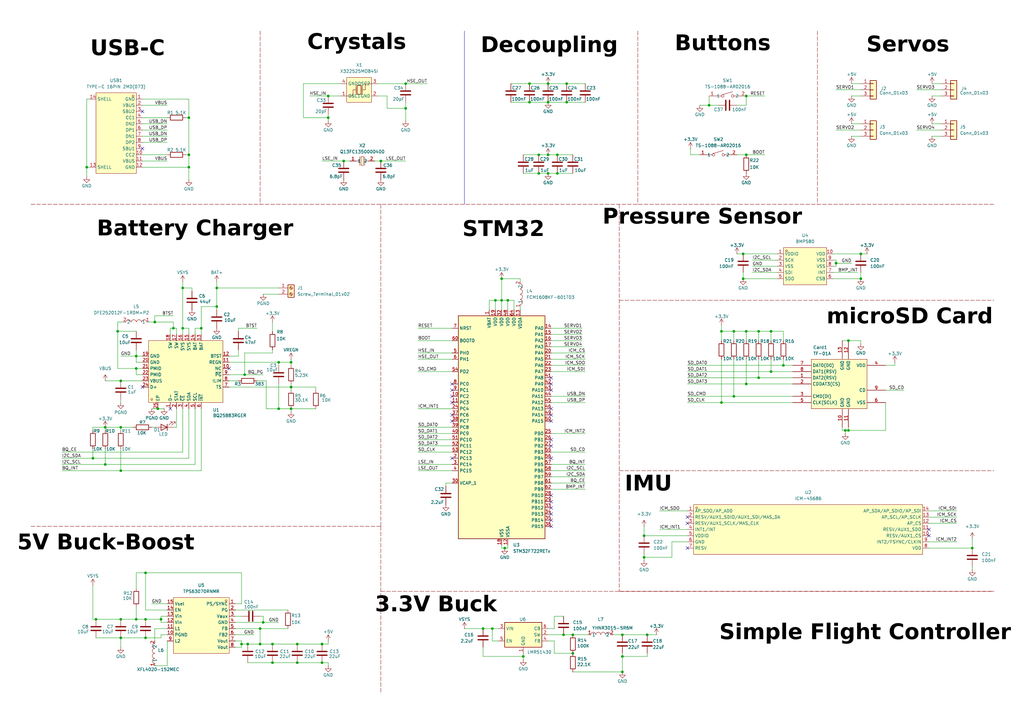
<source format=kicad_sch>
(kicad_sch (version 20250114) (generator "eeschema") (generator_version "9.0")
  (paper "A3")
  (text "Simple Flight Controller" (at 354.838 261.366 0) (effects (font (size 6.35 6.35))))
  (text "Pressure Sensor\n" (at 288.036 90.932 0) (effects (font (size 6.35 6.35))))
  (text "Decoupling" (at 225.298 20.574 0) (effects (font (size 6.35 6.35))))
  (text "3.3V Buck" (at 178.816 249.936 0) (effects (font (size 6.35 6.35))))
  (text "Buttons" (at 296.418 19.812 0) (effects (font (size 6.35 6.35))))
  (text "IMU" (at 265.938 200.406 0) (effects (font (size 6.35 6.35))))
  (text "USB-C" (at 52.324 21.844 0) (effects (font (size 6.35 6.35))))
  (text "Servos\n" (at 372.364 20.32 0) (effects (font (size 6.35 6.35))))
  (text "Battery Charger\n" (at 80.01 95.758 0) (effects (font (size 6.35 6.35))))
  (text "STM32\n" (at 206.502 96.012 0) (effects (font (size 6.35 6.35))))
  (text "Crystals" (at 146.304 19.304 0) (effects (font (size 6.35 6.35))))
  (text "microSD Card" (at 373.126 131.826 0) (effects (font (size 6.35 6.35))))
  (text "5V Buck-Boost" (at 43.434 224.536 0) (effects (font (size 6.35 6.35))))
  (junction (at 205.74 123.19))
  (junction (at 66.04 254))
  (junction (at 290.83 43.18))
  (junction (at 304.8 104.14))
  (junction (at 156.21 66.04))
  (junction (at 166.37 34.29))
  (junction (at 234.95 267.97))
  (junction (at 49.53 254))
  (junction (at 295.91 165.1))
  (junction (at 77.47 63.5))
  (junction (at 311.15 154.94))
  (junction (at 306.07 157.48))
  (junction (at 74.93 134.62))
  (junction (at 100.33 153.67))
  (junction (at 43.18 190.5))
  (junction (at 166.37 44.45))
  (junction (at 38.1 187.96))
  (junction (at 398.78 224.79))
  (junction (at 232.41 34.29))
  (junction (at 205.74 114.3))
  (junction (at 39.37 254))
  (junction (at 49.53 156.21))
  (junction (at 59.69 234.95))
  (junction (at 63.5 132.08))
  (junction (at 306.07 135.89))
  (junction (at 140.97 66.04))
  (junction (at 201.93 257.81))
  (junction (at 88.9 125.73))
  (junction (at 228.6 71.12))
  (junction (at 220.98 71.12))
  (junction (at 217.17 34.29))
  (junction (at 231.14 260.35))
  (junction (at 346.71 176.53))
  (junction (at 35.56 68.58))
  (junction (at 111.76 271.78))
  (junction (at 77.47 68.58))
  (junction (at 106.68 264.16))
  (junction (at 59.69 261.62))
  (junction (at 64.77 167.64))
  (junction (at 99.06 264.16))
  (junction (at 132.08 264.16))
  (junction (at 82.55 134.62))
  (junction (at 59.69 254))
  (junction (at 88.9 118.11))
  (junction (at 224.79 63.5))
  (junction (at 300.99 135.89))
  (junction (at 214.63 269.24))
  (junction (at 134.62 48.26))
  (junction (at 321.31 149.86))
  (junction (at 264.16 219.71))
  (junction (at 347.98 139.7))
  (junction (at 119.38 167.64))
  (junction (at 134.62 39.37))
  (junction (at 224.79 34.29))
  (junction (at 300.99 162.56))
  (junction (at 48.26 135.89))
  (junction (at 114.3 148.59))
  (junction (at 43.18 175.26))
  (junction (at 228.6 63.5))
  (junction (at 255.27 269.24))
  (junction (at 311.15 135.89))
  (junction (at 306.07 39.37))
  (junction (at 347.98 176.53))
  (junction (at 119.38 158.75))
  (junction (at 255.27 275.59))
  (junction (at 55.88 146.05))
  (junction (at 74.93 118.11))
  (junction (at 106.68 257.81))
  (junction (at 77.47 48.26))
  (junction (at 71.12 134.62))
  (junction (at 55.88 254))
  (junction (at 306.07 63.5))
  (junction (at 121.92 264.16))
  (junction (at 304.8 114.3))
  (junction (at 203.2 123.19))
  (junction (at 101.6 264.16))
  (junction (at 107.95 255.27))
  (junction (at 353.06 114.3))
  (junction (at 316.23 135.89))
  (junction (at 224.79 41.91))
  (junction (at 208.28 123.19))
  (junction (at 49.53 175.26))
  (junction (at 265.43 260.35))
  (junction (at 316.23 152.4))
  (junction (at 255.27 260.35))
  (junction (at 232.41 41.91))
  (junction (at 49.53 261.62))
  (junction (at 114.3 167.64))
  (junction (at 132.08 271.78))
  (junction (at 111.76 264.16))
  (junction (at 55.88 151.13))
  (junction (at 234.95 260.35))
  (junction (at 342.9 107.95))
  (junction (at 207.01 224.79))
  (junction (at 217.17 41.91))
  (junction (at 264.16 228.6))
  (junction (at 121.92 271.78))
  (junction (at 224.79 71.12))
  (junction (at 353.06 104.14))
  (junction (at 49.53 193.04))
  (junction (at 119.38 148.59))
  (junction (at 220.98 63.5))
  (junction (at 198.12 257.81))
  (junction (at 295.91 135.89))
  (no_connect (at 226.06 182.88))
  (no_connect (at 58.42 158.75))
  (no_connect (at 185.42 172.72))
  (no_connect (at 185.42 160.02))
  (no_connect (at 226.06 215.9))
  (no_connect (at 69.85 167.64))
  (no_connect (at 226.06 167.64))
  (no_connect (at 226.06 208.28))
  (no_connect (at 226.06 187.96))
  (no_connect (at 226.06 160.02))
  (no_connect (at 226.06 205.74))
  (no_connect (at 185.42 162.56))
  (no_connect (at 93.98 151.13))
  (no_connect (at 226.06 172.72))
  (no_connect (at 226.06 210.82))
  (no_connect (at 226.06 170.18))
  (no_connect (at 381 219.71))
  (no_connect (at 58.42 45.72))
  (no_connect (at 281.94 224.79))
  (no_connect (at 185.42 187.96))
  (no_connect (at 226.06 213.36))
  (no_connect (at 226.06 203.2))
  (no_connect (at 185.42 170.18))
  (no_connect (at 226.06 180.34))
  (no_connect (at 226.06 154.94))
  (no_connect (at 381 217.17))
  (no_connect (at 281.94 214.63))
  (no_connect (at 281.94 212.09))
  (no_connect (at 226.06 157.48))
  (no_connect (at 185.42 157.48))
  (no_connect (at 185.42 165.1))
  (no_connect (at 58.42 60.96))
  (wire (pts (xy 308.61 109.22) (xy 318.77 109.22)))
  (wire (pts (xy 35.56 68.58) (xy 36.83 68.58)))
  (wire (pts (xy 290.83 43.18) (xy 290.83 39.37)))
  (wire (pts (xy 171.45 177.8) (xy 185.42 177.8)))
  (wire (pts (xy 82.55 193.04) (xy 82.55 167.64)))
  (wire (pts (xy 375.92 36.83) (xy 386.08 36.83)))
  (wire (pts (xy 209.55 41.91) (xy 217.17 41.91)))
  (wire (pts (xy 316.23 147.32) (xy 316.23 152.4)))
  (wire (pts (xy 105.41 156.21) (xy 109.22 156.21)))
  (wire (pts (xy 398.78 233.68) (xy 398.78 232.41)))
  (wire (pts (xy 158.75 39.37) (xy 158.75 44.45)))
  (wire (pts (xy 114.3 255.27) (xy 107.95 255.27)))
  (wire (pts (xy 48.26 132.08) (xy 48.26 135.89)))
  (wire (pts (xy 134.62 48.26) (xy 134.62 46.99)))
  (wire (pts (xy 99.06 262.89) (xy 99.06 264.16)))
  (wire (pts (xy 295.91 133.35) (xy 295.91 135.89)))
  (wire (pts (xy 158.75 39.37) (xy 154.94 39.37)))
  (wire (pts (xy 382.27 50.8) (xy 386.08 50.8)))
  (wire (pts (xy 321.31 139.7) (xy 321.31 135.89)))
  (wire (pts (xy 107.95 252.73) (xy 106.68 252.73)))
  (wire (pts (xy 240.03 149.86) (xy 226.06 149.86)))
  (wire (pts (xy 353.06 111.76) (xy 353.06 114.3)))
  (wire (pts (xy 99.06 264.16) (xy 99.06 265.43)))
  (wire (pts (xy 63.5 129.54) (xy 63.5 132.08)))
  (wire (pts (xy 224.79 262.89) (xy 227.33 262.89)))
  (wire (pts (xy 66.04 260.35) (xy 66.04 261.62)))
  (wire (pts (xy 392.43 212.09) (xy 381 212.09)))
  (wire (pts (xy 55.88 234.95) (xy 59.69 234.95)))
  (wire (pts (xy 25.4 187.96) (xy 38.1 187.96)))
  (wire (pts (xy 171.45 167.64) (xy 185.42 167.64)))
  (wire (pts (xy 228.6 63.5) (xy 234.95 63.5)))
  (wire (pts (xy 78.74 118.11) (xy 78.74 119.38)))
  (wire (pts (xy 158.75 44.45) (xy 166.37 44.45)))
  (wire (pts (xy 100.33 153.67) (xy 107.95 153.67)))
  (wire (pts (xy 205.74 114.3) (xy 213.36 114.3)))
  (wire (pts (xy 224.79 41.91) (xy 232.41 41.91)))
  (wire (pts (xy 224.79 34.29) (xy 217.17 34.29)))
  (wire (pts (xy 99.06 265.43) (xy 96.52 265.43)))
  (wire (pts (xy 316.23 135.89) (xy 316.23 139.7)))
  (wire (pts (xy 58.42 48.26) (xy 68.58 48.26)))
  (wire (pts (xy 36.83 40.64) (xy 35.56 40.64)))
  (wire (pts (xy 198.12 265.43) (xy 198.12 269.24)))
  (wire (pts (xy 342.9 36.83) (xy 353.06 36.83)))
  (wire (pts (xy 264.16 215.9) (xy 264.16 219.71)))
  (wire (pts (xy 99.06 247.65) (xy 96.52 247.65)))
  (wire (pts (xy 132.08 66.04) (xy 140.97 66.04)))
  (wire (pts (xy 171.45 180.34) (xy 185.42 180.34)))
  (wire (pts (xy 38.1 187.96) (xy 77.47 187.96)))
  (wire (pts (xy 119.38 147.32) (xy 119.38 148.59)))
  (wire (pts (xy 306.07 43.18) (xy 302.26 43.18)))
  (wire (pts (xy 382.27 34.29) (xy 386.08 34.29)))
  (wire (pts (xy 342.9 106.68) (xy 341.63 106.68)))
  (wire (pts (xy 97.79 134.62) (xy 97.79 135.89)))
  (wire (pts (xy 43.18 190.5) (xy 80.01 190.5)))
  (wire (pts (xy 48.26 151.13) (xy 55.88 151.13)))
  (wire (pts (xy 295.91 135.89) (xy 295.91 139.7)))
  (wire (pts (xy 55.88 143.51) (xy 55.88 146.05)))
  (polyline (pts (xy 254 193.04) (xy 407.67 193.04)) (stroke (width 0) (type dash) (color 132 0 0 1)))
  (wire (pts (xy 96.52 257.81) (xy 106.68 257.81)))
  (wire (pts (xy 214.63 267.97) (xy 214.63 269.24)))
  (wire (pts (xy 281.94 149.86) (xy 321.31 149.86)))
  (wire (pts (xy 321.31 147.32) (xy 321.31 149.86)))
  (wire (pts (xy 69.85 134.62) (xy 71.12 134.62)))
  (wire (pts (xy 171.45 185.42) (xy 185.42 185.42)))
  (wire (pts (xy 240.03 147.32) (xy 226.06 147.32)))
  (wire (pts (xy 171.45 190.5) (xy 185.42 190.5)))
  (wire (pts (xy 49.53 165.1) (xy 49.53 163.83)))
  (wire (pts (xy 264.16 228.6) (xy 264.16 227.33)))
  (wire (pts (xy 398.78 220.98) (xy 398.78 224.79)))
  (wire (pts (xy 281.94 222.25) (xy 275.59 222.25)))
  (wire (pts (xy 139.7 34.29) (xy 124.46 34.29)))
  (wire (pts (xy 111.76 264.16) (xy 121.92 264.16)))
  (wire (pts (xy 48.26 135.89) (xy 55.88 135.89)))
  (wire (pts (xy 74.93 134.62) (xy 74.93 137.16)))
  (wire (pts (xy 96.52 262.89) (xy 99.06 262.89)))
  (wire (pts (xy 240.03 185.42) (xy 226.06 185.42)))
  (wire (pts (xy 300.99 135.89) (xy 306.07 135.89)))
  (wire (pts (xy 140.97 66.04) (xy 143.51 66.04)))
  (wire (pts (xy 171.45 175.26) (xy 185.42 175.26)))
  (wire (pts (xy 349.25 34.29) (xy 353.06 34.29)))
  (wire (pts (xy 96.52 255.27) (xy 107.95 255.27)))
  (wire (pts (xy 308.61 106.68) (xy 318.77 106.68)))
  (wire (pts (xy 100.33 144.78) (xy 100.33 153.67)))
  (wire (pts (xy 203.2 123.19) (xy 205.74 123.19)))
  (polyline (pts (xy 12.7 215.9) (xy 156.21 215.9)) (stroke (width 0) (type dash) (color 132 0 0 1)))
  (wire (pts (xy 308.61 111.76) (xy 318.77 111.76)))
  (wire (pts (xy 341.63 109.22) (xy 342.9 109.22)))
  (wire (pts (xy 129.54 158.75) (xy 129.54 160.02)))
  (wire (pts (xy 77.47 40.64) (xy 77.47 48.26)))
  (wire (pts (xy 134.62 49.53) (xy 134.62 48.26)))
  (wire (pts (xy 347.98 175.26) (xy 347.98 176.53)))
  (wire (pts (xy 363.22 165.1) (xy 363.22 176.53)))
  (wire (pts (xy 214.63 269.24) (xy 214.63 270.51)))
  (wire (pts (xy 345.44 139.7) (xy 347.98 139.7)))
  (wire (pts (xy 35.56 40.64) (xy 35.56 68.58)))
  (wire (pts (xy 71.12 132.08) (xy 71.12 134.62)))
  (wire (pts (xy 270.51 209.55) (xy 281.94 209.55)))
  (wire (pts (xy 69.85 137.16) (xy 69.85 134.62)))
  (wire (pts (xy 49.53 175.26) (xy 49.53 176.53)))
  (wire (pts (xy 93.98 148.59) (xy 114.3 148.59)))
  (wire (pts (xy 341.63 114.3) (xy 353.06 114.3)))
  (wire (pts (xy 311.15 135.89) (xy 316.23 135.89)))
  (wire (pts (xy 114.3 120.65) (xy 107.95 120.65)))
  (wire (pts (xy 205.74 123.19) (xy 208.28 123.19)))
  (wire (pts (xy 66.04 252.73) (xy 68.58 252.73)))
  (wire (pts (xy 240.03 177.8) (xy 226.06 177.8)))
  (wire (pts (xy 281.94 165.1) (xy 295.91 165.1)))
  (wire (pts (xy 49.53 146.05) (xy 55.88 146.05)))
  (wire (pts (xy 346.71 176.53) (xy 346.71 177.8)))
  (wire (pts (xy 353.06 139.7) (xy 347.98 139.7)))
  (wire (pts (xy 156.21 66.04) (xy 153.67 66.04)))
  (polyline (pts (xy 156.21 242.57) (xy 407.67 242.57)) (stroke (width 0) (type dash) (color 132 0 0 1)))
  (wire (pts (xy 106.68 257.81) (xy 106.68 264.16)))
  (wire (pts (xy 49.53 156.21) (xy 58.42 156.21)))
  (wire (pts (xy 88.9 127) (xy 88.9 125.73)))
  (wire (pts (xy 275.59 228.6) (xy 264.16 228.6)))
  (wire (pts (xy 74.93 118.11) (xy 74.93 134.62)))
  (wire (pts (xy 58.42 148.59) (xy 55.88 148.59)))
  (wire (pts (xy 88.9 115.57) (xy 88.9 118.11)))
  (wire (pts (xy 77.47 73.66) (xy 77.47 68.58)))
  (wire (pts (xy 80.01 190.5) (xy 80.01 167.64)))
  (wire (pts (xy 287.02 43.18) (xy 290.83 43.18)))
  (wire (pts (xy 214.63 71.12) (xy 220.98 71.12)))
  (wire (pts (xy 171.45 193.04) (xy 185.42 193.04)))
  (wire (pts (xy 283.21 60.96) (xy 283.21 63.5)))
  (wire (pts (xy 106.68 264.16) (xy 111.76 264.16)))
  (wire (pts (xy 306.07 157.48) (xy 325.12 157.48)))
  (wire (pts (xy 68.58 262.89) (xy 68.58 273.05)))
  (wire (pts (xy 234.95 275.59) (xy 255.27 275.59)))
  (wire (pts (xy 106.68 257.81) (xy 118.11 257.81)))
  (wire (pts (xy 234.95 260.35) (xy 241.3 260.35)))
  (wire (pts (xy 63.5 175.26) (xy 62.23 175.26)))
  (wire (pts (xy 74.93 185.42) (xy 74.93 167.64)))
  (wire (pts (xy 240.03 198.12) (xy 226.06 198.12)))
  (wire (pts (xy 58.42 153.67) (xy 55.88 153.67)))
  (wire (pts (xy 171.45 147.32) (xy 185.42 147.32)))
  (wire (pts (xy 134.62 264.16) (xy 132.08 264.16)))
  (wire (pts (xy 251.46 260.35) (xy 255.27 260.35)))
  (wire (pts (xy 76.2 63.5) (xy 77.47 63.5)))
  (wire (pts (xy 208.28 224.79) (xy 207.01 224.79)))
  (wire (pts (xy 255.27 269.24) (xy 255.27 275.59)))
  (wire (pts (xy 204.47 262.89) (xy 201.93 262.89)))
  (wire (pts (xy 48.26 132.08) (xy 50.8 132.08)))
  (wire (pts (xy 304.8 111.76) (xy 304.8 114.3)))
  (wire (pts (xy 35.56 68.58) (xy 35.56 72.39)))
  (wire (pts (xy 349.25 50.8) (xy 353.06 50.8)))
  (wire (pts (xy 59.69 261.62) (xy 66.04 261.62)))
  (wire (pts (xy 210.82 127) (xy 210.82 123.19)))
  (wire (pts (xy 38.1 254) (xy 39.37 254)))
  (wire (pts (xy 220.98 63.5) (xy 224.79 63.5)))
  (wire (pts (xy 171.45 134.62) (xy 185.42 134.62)))
  (wire (pts (xy 392.43 214.63) (xy 381 214.63)))
  (wire (pts (xy 240.03 195.58) (xy 226.06 195.58)))
  (wire (pts (xy 93.98 146.05) (xy 97.79 146.05)))
  (wire (pts (xy 58.42 63.5) (xy 68.58 63.5)))
  (wire (pts (xy 99.06 264.16) (xy 101.6 264.16)))
  (wire (pts (xy 306.07 147.32) (xy 306.07 157.48)))
  (wire (pts (xy 58.42 40.64) (xy 77.47 40.64)))
  (wire (pts (xy 156.21 66.04) (xy 166.37 66.04)))
  (wire (pts (xy 77.47 68.58) (xy 58.42 68.58)))
  (wire (pts (xy 72.39 134.62) (xy 72.39 137.16)))
  (wire (pts (xy 68.58 58.42) (xy 58.42 58.42)))
  (wire (pts (xy 101.6 264.16) (xy 106.68 264.16)))
  (wire (pts (xy 109.22 167.64) (xy 114.3 167.64)))
  (wire (pts (xy 300.99 147.32) (xy 300.99 162.56)))
  (wire (pts (xy 240.03 152.4) (xy 226.06 152.4)))
  (wire (pts (xy 375.92 53.34) (xy 386.08 53.34)))
  (polyline (pts (xy 254 123.19) (xy 407.67 123.19)) (stroke (width 0) (type dash) (color 132 0 0 1)))
  (wire (pts (xy 60.96 132.08) (xy 63.5 132.08)))
  (wire (pts (xy 224.79 63.5) (xy 228.6 63.5)))
  (wire (pts (xy 38.1 240.03) (xy 38.1 254)))
  (wire (pts (xy 349.25 107.95) (xy 342.9 107.95)))
  (wire (pts (xy 55.88 146.05) (xy 58.42 146.05)))
  (wire (pts (xy 114.3 149.86) (xy 114.3 148.59)))
  (wire (pts (xy 25.4 193.04) (xy 49.53 193.04)))
  (wire (pts (xy 224.79 260.35) (xy 231.14 260.35)))
  (wire (pts (xy 200.66 127) (xy 200.66 123.19)))
  (wire (pts (xy 166.37 44.45) (xy 166.37 49.53)))
  (wire (pts (xy 124.46 48.26) (xy 134.62 48.26)))
  (wire (pts (xy 227.33 267.97) (xy 234.95 267.97)))
  (wire (pts (xy 281.94 162.56) (xy 300.99 162.56)))
  (wire (pts (xy 171.45 144.78) (xy 185.42 144.78)))
  (wire (pts (xy 63.5 257.81) (xy 63.5 262.89)))
  (polyline (pts (xy 190.5 12.7) (xy 190.5 83.82)))
  (wire (pts (xy 240.03 162.56) (xy 226.06 162.56)))
  (wire (pts (xy 306.07 39.37) (xy 313.69 39.37)))
  (wire (pts (xy 111.76 144.78) (xy 111.76 143.51)))
  (wire (pts (xy 226.06 142.24) (xy 238.76 142.24)))
  (polyline (pts (xy 12.7 83.82) (xy 407.67 83.82)) (stroke (width 0) (type dash) (color 132 0 0 1)))
  (wire (pts (xy 171.45 152.4) (xy 185.42 152.4)))
  (wire (pts (xy 134.62 271.78) (xy 132.08 271.78)))
  (wire (pts (xy 227.33 252.73) (xy 227.33 257.81)))
  (wire (pts (xy 201.93 257.81) (xy 204.47 257.81)))
  (wire (pts (xy 302.26 104.14) (xy 304.8 104.14)))
  (wire (pts (xy 311.15 147.32) (xy 311.15 154.94)))
  (wire (pts (xy 55.88 248.92) (xy 55.88 254)))
  (wire (pts (xy 111.76 271.78) (xy 121.92 271.78)))
  (wire (pts (xy 97.79 146.05) (xy 97.79 143.51)))
  (wire (pts (xy 342.9 107.95) (xy 342.9 106.68)))
  (polyline (pts (xy 254 83.82) (xy 254 242.57)) (stroke (width 0) (type dash) (color 132 0 0 1)))
  (wire (pts (xy 48.26 135.89) (xy 48.26 151.13)))
  (wire (pts (xy 82.55 134.62) (xy 82.55 137.16)))
  (wire (pts (xy 190.5 257.81) (xy 198.12 257.81)))
  (polyline (pts (xy 335.28 12.7) (xy 335.28 83.82)) (stroke (width 0) (type dash) (color 132 0 0 1)))
  (wire (pts (xy 68.58 273.05) (xy 63.5 273.05)))
  (wire (pts (xy 59.69 250.19) (xy 59.69 234.95)))
  (wire (pts (xy 119.38 160.02) (xy 119.38 158.75)))
  (wire (pts (xy 347.98 176.53) (xy 346.71 176.53)))
  (wire (pts (xy 77.47 48.26) (xy 77.47 63.5)))
  (wire (pts (xy 134.62 39.37) (xy 139.7 39.37)))
  (polyline (pts (xy 156.21 83.82) (xy 156.21 215.9)) (stroke (width 0) (type dash) (color 132 0 0 1)))
  (wire (pts (xy 203.2 123.19) (xy 203.2 127)))
  (wire (pts (xy 76.2 48.26) (xy 77.47 48.26)))
  (wire (pts (xy 38.1 175.26) (xy 38.1 176.53)))
  (wire (pts (xy 77.47 187.96) (xy 77.47 167.64)))
  (wire (pts (xy 281.94 152.4) (xy 316.23 152.4)))
  (wire (pts (xy 311.15 154.94) (xy 325.12 154.94)))
  (wire (pts (xy 55.88 241.3) (xy 55.88 234.95)))
  (wire (pts (xy 255.27 267.97) (xy 255.27 269.24)))
  (wire (pts (xy 294.64 43.18) (xy 290.83 43.18)))
  (wire (pts (xy 175.26 34.29) (xy 166.37 34.29)))
  (wire (pts (xy 124.46 34.29) (xy 124.46 48.26)))
  (wire (pts (xy 59.69 254) (xy 66.04 254)))
  (wire (pts (xy 217.17 34.29) (xy 209.55 34.29)))
  (wire (pts (xy 55.88 153.67) (xy 55.88 151.13)))
  (wire (pts (xy 43.18 156.21) (xy 49.53 156.21)))
  (wire (pts (xy 214.63 63.5) (xy 220.98 63.5)))
  (wire (pts (xy 306.07 39.37) (xy 306.07 43.18)))
  (wire (pts (xy 349.25 55.88) (xy 353.06 55.88)))
  (wire (pts (xy 255.27 269.24) (xy 265.43 269.24)))
  (wire (pts (xy 205.74 224.79) (xy 207.01 224.79)))
  (wire (pts (xy 213.36 125.73) (xy 213.36 127)))
  (wire (pts (xy 306.07 63.5) (xy 313.69 63.5)))
  (wire (pts (xy 119.38 148.59) (xy 119.38 149.86)))
  (wire (pts (xy 226.06 139.7) (xy 238.76 139.7)))
  (wire (pts (xy 171.45 182.88) (xy 185.42 182.88)))
  (wire (pts (xy 240.03 190.5) (xy 226.06 190.5)))
  (wire (pts (xy 306.07 135.89) (xy 311.15 135.89)))
  (wire (pts (xy 269.24 260.35) (xy 265.43 260.35)))
  (wire (pts (xy 55.88 254) (xy 59.69 254)))
  (wire (pts (xy 93.98 158.75) (xy 119.38 158.75)))
  (wire (pts (xy 38.1 175.26) (xy 43.18 175.26)))
  (wire (pts (xy 316.23 152.4) (xy 325.12 152.4)))
  (wire (pts (xy 105.41 134.62) (xy 97.79 134.62)))
  (wire (pts (xy 205.74 123.19) (xy 205.74 127)))
  (wire (pts (xy 295.91 135.89) (xy 300.99 135.89)))
  (wire (pts (xy 264.16 229.87) (xy 264.16 228.6)))
  (wire (pts (xy 39.37 254) (xy 49.53 254)))
  (wire (pts (xy 82.55 125.73) (xy 82.55 134.62)))
  (wire (pts (xy 114.3 167.64) (xy 119.38 167.64)))
  (wire (pts (xy 392.43 222.25) (xy 381 222.25)))
  (wire (pts (xy 302.26 63.5) (xy 306.07 63.5)))
  (wire (pts (xy 367.03 148.59) (xy 367.03 149.86)))
  (wire (pts (xy 39.37 261.62) (xy 49.53 261.62)))
  (wire (pts (xy 62.23 167.64) (xy 64.77 167.64)))
  (wire (pts (xy 49.53 254) (xy 55.88 254)))
  (wire (pts (xy 134.62 262.89) (xy 134.62 264.16)))
  (wire (pts (xy 208.28 223.52) (xy 208.28 224.79)))
  (wire (pts (xy 208.28 123.19) (xy 208.28 127)))
  (wire (pts (xy 66.04 255.27) (xy 66.04 254)))
  (wire (pts (xy 100.33 153.67) (xy 93.98 153.67)))
  (wire (pts (xy 182.88 199.39) (xy 182.88 198.12)))
  (wire (pts (xy 300.99 135.89) (xy 300.99 139.7)))
  (wire (pts (xy 63.5 132.08) (xy 71.12 132.08)))
  (wire (pts (xy 71.12 129.54) (xy 63.5 129.54)))
  (wire (pts (xy 198.12 269.24) (xy 214.63 269.24)))
  (wire (pts (xy 342.9 109.22) (xy 342.9 107.95)))
  (wire (pts (xy 265.43 269.24) (xy 265.43 267.97)))
  (wire (pts (xy 101.6 271.78) (xy 111.76 271.78)))
  (wire (pts (xy 304.8 114.3) (xy 318.77 114.3)))
  (wire (pts (xy 349.25 39.37) (xy 353.06 39.37)))
  (wire (pts (xy 382.27 39.37) (xy 386.08 39.37)))
  (wire (pts (xy 119.38 158.75) (xy 129.54 158.75)))
  (wire (pts (xy 97.79 156.21) (xy 93.98 156.21)))
  (wire (pts (xy 201.93 257.81) (xy 201.93 262.89)))
  (wire (pts (xy 342.9 53.34) (xy 353.06 53.34)))
  (wire (pts (xy 220.98 71.12) (xy 224.79 71.12)))
  (wire (pts (xy 228.6 71.12) (xy 234.95 71.12)))
  (wire (pts (xy 119.38 167.64) (xy 129.54 167.64)))
  (wire (pts (xy 224.79 71.12) (xy 228.6 71.12)))
  (wire (pts (xy 226.06 144.78) (xy 240.03 144.78)))
  (wire (pts (xy 345.44 176.53) (xy 346.71 176.53)))
  (wire (pts (xy 311.15 135.89) (xy 311.15 139.7)))
  (wire (pts (xy 231.14 252.73) (xy 227.33 252.73)))
  (wire (pts (xy 72.39 175.26) (xy 71.12 175.26)))
  (wire (pts (xy 306.07 135.89) (xy 306.07 139.7)))
  (wire (pts (xy 49.53 184.15) (xy 49.53 193.04)))
  (wire (pts (xy 74.93 115.57) (xy 74.93 118.11)))
  (wire (pts (xy 78.74 118.11) (xy 74.93 118.11)))
  (wire (pts (xy 71.12 134.62) (xy 72.39 134.62)))
  (polyline (pts (xy 106.68 12.7) (xy 106.68 83.82)) (stroke (width 0) (type dash) (color 132 0 0 1)))
  (wire (pts (xy 111.76 144.78) (xy 100.33 144.78)))
  (wire (pts (xy 88.9 125.73) (xy 82.55 125.73)))
  (wire (pts (xy 25.4 185.42) (xy 74.93 185.42)))
  (wire (pts (xy 367.03 149.86) (xy 363.22 149.86)))
  (wire (pts (xy 62.23 247.65) (xy 68.58 247.65)))
  (wire (pts (xy 300.99 162.56) (xy 325.12 162.56)))
  (polyline (pts (xy 254 242.57) (xy 407.67 242.57)) (stroke (width 0) (type dash) (color 132 0 0 1)))
  (wire (pts (xy 109.22 156.21) (xy 109.22 167.64)))
  (wire (pts (xy 363.22 176.53) (xy 347.98 176.53)))
  (wire (pts (xy 64.77 167.64) (xy 67.31 167.64)))
  (wire (pts (xy 200.66 123.19) (xy 203.2 123.19)))
  (wire (pts (xy 80.01 137.16) (xy 80.01 134.62)))
  (wire (pts (xy 107.95 252.73) (xy 107.95 255.27)))
  (wire (pts (xy 264.16 219.71) (xy 281.94 219.71)))
  (wire (pts (xy 68.58 55.88) (xy 58.42 55.88)))
  (wire (pts (xy 96.52 250.19) (xy 118.11 250.19)))
  (wire (pts (xy 43.18 184.15) (xy 43.18 190.5)))
  (wire (pts (xy 119.38 157.48) (xy 119.38 158.75)))
  (wire (pts (xy 55.88 146.05) (xy 55.88 148.59)))
  (wire (pts (xy 72.39 167.64) (xy 72.39 175.26)))
  (wire (pts (xy 224.79 34.29) (xy 232.41 34.29)))
  (wire (pts (xy 231.14 260.35) (xy 234.95 260.35)))
  (wire (pts (xy 240.03 165.1) (xy 226.06 165.1)))
  (wire (pts (xy 49.53 261.62) (xy 59.69 261.62)))
  (wire (pts (xy 121.92 264.16) (xy 132.08 264.16)))
  (wire (pts (xy 49.53 193.04) (xy 82.55 193.04)))
  (wire (pts (xy 38.1 184.15) (xy 38.1 187.96)))
  (wire (pts (xy 121.92 271.78) (xy 132.08 271.78)))
  (wire (pts (xy 295.91 165.1) (xy 325.12 165.1)))
  (wire (pts (xy 68.58 43.18) (xy 58.42 43.18)))
  (wire (pts (xy 119.38 167.64) (xy 119.38 168.91)))
  (wire (pts (xy 382.27 55.88) (xy 386.08 55.88)))
  (wire (pts (xy 217.17 41.91) (xy 224.79 41.91)))
  (wire (pts (xy 88.9 118.11) (xy 114.3 118.11)))
  (wire (pts (xy 232.41 41.91) (xy 240.03 41.91)))
  (wire (pts (xy 77.47 63.5) (xy 77.47 68.58)))
  (wire (pts (xy 111.76 132.08) (xy 111.76 135.89)))
  (wire (pts (xy 80.01 134.62) (xy 82.55 134.62)))
  (wire (pts (xy 96.52 260.35) (xy 104.14 260.35)))
  (wire (pts (xy 370.84 160.02) (xy 363.22 160.02)))
  (wire (pts (xy 238.76 137.16) (xy 226.06 137.16)))
  (wire (pts (xy 283.21 63.5) (xy 287.02 63.5)))
  (wire (pts (xy 392.43 209.55) (xy 381 209.55)))
  (wire (pts (xy 55.88 151.13) (xy 58.42 151.13)))
  (wire (pts (xy 66.04 260.35) (xy 68.58 260.35)))
  (wire (pts (xy 205.74 114.3) (xy 205.74 123.19)))
  (wire (pts (xy 68.58 66.04) (xy 58.42 66.04)))
  (wire (pts (xy 166.37 44.45) (xy 166.37 41.91)))
  (wire (pts (xy 227.33 262.89) (xy 227.33 267.97)))
  (wire (pts (xy 341.63 104.14) (xy 353.06 104.14)))
  (wire (pts (xy 275.59 222.25) (xy 275.59 228.6)))
  (wire (pts (xy 77.47 137.16) (xy 77.47 134.62)))
  (wire (pts (xy 68.58 250.19) (xy 59.69 250.19)))
  (wire (pts (xy 238.76 134.62) (xy 226.06 134.62)))
  (wire (pts (xy 114.3 157.48) (xy 114.3 167.64)))
  (wire (pts (xy 316.23 135.89) (xy 321.31 135.89)))
  (wire (pts (xy 25.4 190.5) (xy 43.18 190.5)))
  (wire (pts (xy 304.8 104.14) (xy 318.77 104.14)))
  (wire (pts (xy 134.62 273.05) (xy 134.62 271.78)))
  (wire (pts (xy 68.58 53.34) (xy 58.42 53.34)))
  (wire (pts (xy 345.44 175.26) (xy 345.44 176.53)))
  (wire (pts (xy 49.53 175.26) (xy 43.18 175.26)))
  (wire (pts (xy 171.45 139.7) (xy 185.42 139.7)))
  (wire (pts (xy 114.3 148.59) (xy 119.38 148.59)))
  (wire (pts (xy 182.88 198.12) (xy 185.42 198.12)))
  (wire (pts (xy 68.58 257.81) (xy 63.5 257.81)))
  (wire (pts (xy 49.53 175.26) (xy 54.61 175.26)))
  (wire (pts (xy 68.58 50.8) (xy 58.42 50.8)))
  (wire (pts (xy 88.9 118.11) (xy 88.9 125.73)))
  (wire (pts (xy 381 224.79) (xy 398.78 224.79)))
  (wire (pts (xy 59.69 234.95) (xy 99.06 234.95)))
  (wire (pts (xy 270.51 217.17) (xy 281.94 217.17)))
  (polyline (pts (xy 156.21 215.9) (xy 156.21 284.48)) (stroke (width 0) (type dash) (color 132 0 0 1)))
  (wire (pts (xy 281.94 154.94) (xy 311.15 154.94)))
  (wire (pts (xy 240.03 193.04) (xy 226.06 193.04)))
  (wire (pts (xy 353.06 140.97) (xy 353.06 139.7)))
  (wire (pts (xy 355.6 104.14) (xy 353.06 104.14)))
  (wire (pts (xy 198.12 257.81) (xy 201.93 257.81)))
  (wire (pts (xy 154.94 34.29) (xy 166.37 34.29)))
  (wire (pts (xy 127 39.37) (xy 134.62 39.37)))
  (polyline (pts (xy 261.62 12.7) (xy 261.62 83.82)) (stroke (width 0) (type dash) (color 132 0 0 1)))
  (wire (pts (xy 281.94 157.48) (xy 306.07 157.48)))
  (wire (pts (xy 295.91 147.32) (xy 295.91 165.1)))
  (wire (pts (xy 240.03 34.29) (xy 232.41 34.29)))
  (wire (pts (xy 99.06 234.95) (xy 99.06 247.65)))
  (wire (pts (xy 351.79 111.76) (xy 341.63 111.76)))
  (wire (pts (xy 210.82 123.19) (xy 208.28 123.19)))
  (wire (pts (xy 96.52 252.73) (xy 99.06 252.73)))
  (wire (pts (xy 255.27 260.35) (xy 265.43 260.35)))
  (wire (pts (xy 77.47 134.62) (xy 74.93 134.62)))
  (wire (pts (xy 43.18 175.26) (xy 43.18 176.53)))
  (wire (pts (xy 240.03 200.66) (xy 226.06 200.66)))
  (wire (pts (xy 227.33 257.81) (xy 224.79 257.81)))
  (wire (pts (xy 68.58 255.27) (xy 66.04 255.27)))
  (wire (pts (xy 213.36 114.3) (xy 213.36 115.57)))
  (wire (pts (xy 66.04 254) (xy 66.04 252.73)))
  (wire (pts (xy 49.53 261.62) (xy 49.53 265.43)))
  (wire (pts (xy 205.74 223.52) (xy 205.74 224.79)))
  (wire (pts (xy 321.31 149.86) (xy 325.12 149.86)))
  (label "SD_DAT1" (at 281.94 152.4 0))
  (label "ICM_CS" (at 240.03 144.78 180))
  (label "ICM_SCK" (at 392.43 212.09 180))
  (label "I2C_SCL" (at 25.4 190.5 0))
  (label "USB_DP" (at 68.58 58.42 180))
  (label "SD_DAT0" (at 171.45 175.26 0))
  (label "LSE_IN" (at 171.45 190.5 0))
  (label "SD_CMD" (at 281.94 162.56 0))
  (label "BQ_CE" (at 25.4 185.42 0))
  (label "BQ_PG" (at 107.95 153.67 180))
  (label "USB_DP" (at 68.58 53.34 180))
  (label "GND" (at 114.3 255.27 180))
  (label "GND" (at 308.61 109.22 0))
  (label "GND" (at 349.25 107.95 180))
  (label "LSE_OUT" (at 171.45 193.04 0))
  (label "ICM_INT2" (at 240.03 177.8 180))
  (label "ICM_SCK" (at 240.03 147.32 180))
  (label "VBUS" (at 68.58 66.04 180))
  (label "SERVO3" (at 238.76 139.7 180))
  (label "ICM_INT1" (at 171.45 167.64 0))
  (label "BTST" (at 71.12 129.54 180))
  (label "BOOT" (at 171.45 139.7 0))
  (label "BOOT" (at 313.69 63.5 180))
  (label "BTST" (at 105.41 134.62 180))
  (label "SERVO2" (at 238.76 137.16 180))
  (label "I2C_SDA" (at 25.4 187.96 0))
  (label "SERVO2" (at 342.9 53.34 0))
  (label "HSE_IN" (at 127 39.37 0))
  (label "ICM_CS" (at 392.43 214.63 180))
  (label "VBUS" (at 68.58 43.18 180))
  (label "BQ_INT" (at 25.4 193.04 0))
  (label "USB_DN" (at 68.58 55.88 180))
  (label "SD_DAT2" (at 281.94 154.94 0))
  (label "SD_CD" (at 370.84 160.02 180))
  (label "GND" (at 62.23 247.65 0))
  (label "LSE_OUT" (at 166.37 66.04 180))
  (label "ICM_SDO" (at 270.51 209.55 0))
  (label "RESET" (at 313.69 39.37 180))
  (label "GND" (at 104.14 260.35 180))
  (label "BMP_INT" (at 240.03 200.66 180))
  (label "SERVO1" (at 342.9 36.83 0))
  (label "ICM_INT1" (at 270.51 217.17 0))
  (label "GND" (at 49.53 146.05 0))
  (label "SD_CD" (at 240.03 185.42 180))
  (label "I2C_SCL" (at 308.61 106.68 0))
  (label "ICM_SDI" (at 240.03 152.4 180))
  (label "SERVO3" (at 375.92 36.83 0))
  (label "BQ_CE" (at 240.03 198.12 180))
  (label "I2C_SCL" (at 240.03 193.04 180))
  (label "LSE_IN" (at 132.08 66.04 0))
  (label "I2C_SDA" (at 308.61 111.76 0))
  (label "ICM_SDI" (at 392.43 209.55 180))
  (label "SD_CLK" (at 171.45 185.42 0))
  (label "SD_CLK" (at 281.94 165.1 0))
  (label "SD_DAT0" (at 281.94 149.86 0))
  (label "SD_DAT3" (at 171.45 182.88 0))
  (label "BMP_INT" (at 351.79 111.76 180))
  (label "SD_DAT3" (at 281.94 157.48 0))
  (label "BQ_INT" (at 240.03 190.5 180))
  (label "I2C_SDA" (at 240.03 195.58 180))
  (label "ICM_INT2" (at 392.43 222.25 180))
  (label "SERVO4" (at 375.92 53.34 0))
  (label "SERVO1" (at 238.76 134.62 180))
  (label "SERVO4" (at 238.76 142.24 180))
  (label "SD_CMD" (at 171.45 152.4 0))
  (label "RESET" (at 171.45 134.62 0))
  (label "SD_DAT1" (at 171.45 177.8 0))
  (label "HSE_IN" (at 171.45 144.78 0))
  (label "HSE_OUT" (at 171.45 147.32 0))
  (label "HSE_OUT" (at 175.26 34.29 180))
  (label "USB_DN" (at 240.03 162.56 180))
  (label "USB_DP" (at 240.03 165.1 180))
  (label "ICM_SDO" (at 240.03 149.86 180))
  (label "SD_DAT2" (at 171.45 180.34 0))
  (label "USB_DN" (at 68.58 50.8 180))
  (symbol (lib_id "power:GND") (at 264.16 229.87 0) (unit 1)
    (property "Reference" "#PWR029" (effects (hide yes)))
    (property "Value" "GND" (at 264.16 233.68 0))
    (property "Description" "Power symbol creates a global label with name \"GND\" , ground" (effects (hide yes)))
  )
  (symbol (lib_id "Device:C") (at 234.95 67.31 0) (mirror y) (unit 1)
    (property "Reference" "C31" (at 239.268 65.278 0) (effects (justify left)))
    (property "Value" "10uF" (at 240.538 69.85 0) (effects (justify left)))
    (property "Footprint" "Capacitor_SMD:C_0402_1005Metric" (effects (hide yes)))
    (property "Description" "Unpolarized capacitor" (effects (hide yes)))
  )
  (symbol (lib_id "Device:C") (at 49.53 160.02 0) (unit 1)
    (property "Reference" "C1" (at 52.324 158.75 0) (effects (justify left)))
    (property "Value" "1uF" (at 52.324 160.782 0) (effects (justify left)))
    (property "Footprint" "Capacitor_SMD:C_0402_1005Metric" (effects (hide yes)))
    (property "Description" "Unpolarized capacitor" (effects (hide yes)))
  )
  (symbol (lib_id "power:VBUS") (at 43.18 156.21 0) (unit 1)
    (property "Reference" "#PWR05" (effects (hide yes)))
    (property "Value" "VBUS" (at 43.18 151.13 0))
    (property "Description" "Power symbol creates a global label with name \"VBUS\"" (effects (hide yes)))
  )
  (symbol (lib_id "Device:C") (at 232.41 38.1 0) (mirror y) (unit 1)
    (property "Reference" "C24" (at 236.728 36.068 0) (effects (justify left)))
    (property "Value" "100nF" (at 238.76 40.64 0) (effects (justify left)))
    (property "Footprint" "Capacitor_SMD:C_0201_0603Metric" (effects (hide yes)))
    (property "Description" "Unpolarized capacitor" (effects (hide yes)))
  )
  (symbol (lib_id "power:+3.3V") (at 269.24 260.35 0) (unit 1)
    (property "Reference" "#PWR022" (effects (hide yes)))
    (property "Value" "+3.3V" (at 269.24 256.794 0))
    (property "Description" "Power symbol creates a global label with name \"+3.3V\"" (effects (hide yes)))
  )
  (symbol (lib_id "Device:C") (at 134.62 43.18 0) (unit 1)
    (property "Reference" "C33" (at 129.794 41.148 0) (effects (justify left)))
    (property "Value" "20pF" (at 129.286 45.72 0) (effects (justify left)))
    (property "Footprint" "Capacitor_SMD:C_0201_0603Metric" (effects (hide yes)))
    (property "Description" "Unpolarized capacitor" (effects (hide yes)))
  )
  (symbol (lib_id "Device:C") (at 156.21 69.85 0) (mirror y) (unit 1)
    (property "Reference" "C36" (at 161.036 67.818 0) (effects (justify left)))
    (property "Value" "6.8pF" (at 162.306 72.39 0) (effects (justify left)))
    (property "Footprint" "Capacitor_SMD:C_0201_0603Metric" (effects (hide yes)))
    (property "Description" "Unpolarized capacitor" (effects (hide yes)))
  )
  (symbol (lib_id "power:GND") (at 214.63 270.51 0) (unit 1)
    (property "Reference" "#PWR019" (effects (hide yes)))
    (property "Value" "GND" (at 214.63 274.32 0))
    (property "Description" "Power symbol creates a global label with name \"GND\" , ground" (effects (hide yes)))
  )
  (symbol (lib_id "Device:C") (at 255.27 264.16 0) (unit 1)
    (property "Reference" "C17" (at 257.556 262.89 0) (effects (justify left)))
    (property "Value" "22uF" (at 257.556 265.43 0) (effects (justify left)))
    (property "Footprint" "Capacitor_SMD:C_0402_1005Metric" (effects (hide yes)))
    (property "Description" "Unpolarized capacitor" (effects (hide yes)))
  )
  (symbol (lib_id "Device:R") (at 295.91 143.51 180) (unit 1)
    (property "Reference" "R21" (at 298.45 139.954 0))
    (property "Value" "10K" (at 298.45 147.066 0))
    (property "Footprint" "Resistor_SMD:R_0201_0603Metric" (effects (hide yes)))
    (property "Description" "Resistor" (effects (hide yes)))
  )
  (symbol (lib_id "lcsc:TPS63070RNMR") (at 82.55 256.54 0) (mirror y) (unit 1)
    (property "Reference" "U5" (at 82.55 240.03 0))
    (property "Value" "TPS63070RNMR" (at 82.55 242.57 0))
    (property "Footprint" "lcsc:VQFN-HR-15_L3.0-W2.5-P0.50-BL_TPS63070RNMR" (effects (hide yes)))
    (property "Datasheet" "https://lcsc.com/product-detail/DC-DC-Converters_TI_TPS63070RNMR_TPS63070RNMR_C109322.html" (effects (hide yes)))
    (property "LCSC Part" "C109322" (effects (hide yes)))
  )
  (symbol (lib_id "power:+3.3V") (at 43.18 175.26 0) (unit 1)
    (property "Reference" "#PWR012" (effects (hide yes)))
    (property "Value" "+3.3V" (at 43.18 171.704 0))
    (property "Description" "Power symbol creates a global label with name \"+3.3V\"" (effects (hide yes)))
  )
  (symbol (lib_id "power:+3.3V") (at 111.76 132.08 0) (unit 1)
    (property "Reference" "#PWR010" (effects (hide yes)))
    (property "Value" "+3.3V" (at 111.76 128.524 0))
    (property "Description" "Power symbol creates a global label with name \"+3.3V\"" (effects (hide yes)))
  )
  (symbol (lib_id "Connector_Generic:Conn_01x03") (at 391.16 36.83 0) (unit 1)
    (property "Reference" "J4" (at 394.208 36.322 0) (effects (justify left)))
    (property "Value" "Conn_01x03" (at 393.7 38.0999 0) (effects (justify left)))
    (property "Footprint" "Connector_PinHeader_2.54mm:PinHeader_1x03_P2.54mm_Vertical" (effects (hide yes)))
    (property "Description" "Generic connector, single row, 01x03, script generated (kicad-library-utils/schlib/autogen/connector/)" (effects (hide yes)))
  )
  (symbol (lib_id "power:+3.3V") (at 295.91 133.35 0) (unit 1)
    (property "Reference" "#PWR039" (effects (hide yes)))
    (property "Value" "+3.3V" (at 295.91 129.794 0))
    (property "Description" "Power symbol creates a global label with name \"+3.3V\"" (effects (hide yes)))
  )
  (symbol (lib_id "power:+3.3V") (at 398.78 220.98 0) (unit 1)
    (property "Reference" "#PWR027" (effects (hide yes)))
    (property "Value" "+3.3V" (at 398.78 215.9 0))
    (property "Description" "Power symbol creates a global label with name \"+3.3V\"" (effects (hide yes)))
  )
  (symbol (lib_id "Device:C") (at 265.43 264.16 0) (unit 1)
    (property "Reference" "C18" (at 267.716 262.89 0) (effects (justify left)))
    (property "Value" "22uF" (at 267.716 265.43 0) (effects (justify left)))
    (property "Footprint" "Capacitor_SMD:C_0402_1005Metric" (effects (hide yes)))
    (property "Description" "Unpolarized capacitor" (effects (hide yes)))
  )
  (symbol (lib_id "Device:C") (at 353.06 107.95 0) (unit 1)
    (property "Reference" "C20" (at 356.87 106.6799 0) (effects (justify left)))
    (property "Value" "100nF" (at 356.87 109.2199 0) (effects (justify left)))
    (property "Footprint" "Capacitor_SMD:C_0201_0603Metric" (effects (hide yes)))
    (property "Description" "Unpolarized capacitor" (effects (hide yes)))
  )
  (symbol (lib_id "Connector_Generic:Conn_01x03") (at 391.16 53.34 0) (unit 1)
    (property "Reference" "J5" (at 393.7 52.0699 0) (effects (justify left)))
    (property "Value" "Conn_01x03" (at 393.7 54.6099 0) (effects (justify left)))
    (property "Footprint" "Connector_PinHeader_2.54mm:PinHeader_1x03_P2.54mm_Vertical" (effects (hide yes)))
    (property "Description" "Generic connector, single row, 01x03, script generated (kicad-library-utils/schlib/autogen/connector/)" (effects (hide yes)))
  )
  (symbol (lib_id "power:GND") (at 306.07 71.12 0) (unit 1)
    (property "Reference" "#PWR047" (effects (hide yes)))
    (property "Value" "GND" (at 306.07 74.93 0))
    (property "Description" "Power symbol creates a global label with name \"GND\" , ground" (effects (hide yes)))
  )
  (symbol (lib_id "Device:C") (at 264.16 223.52 0) (unit 1)
    (property "Reference" "C22" (at 267.97 222.2499 0) (effects (justify left)))
    (property "Value" "100nF" (at 267.97 224.7899 0) (effects (justify left)))
    (property "Footprint" "Capacitor_SMD:C_0201_0603Metric" (effects (hide yes)))
    (property "Description" "Unpolarized capacitor" (effects (hide yes)))
  )
  (symbol (lib_id "power:GND") (at 346.71 177.8 0) (unit 1)
    (property "Reference" "#PWR031" (effects (hide yes)))
    (property "Value" "GND" (at 346.71 181.61 0))
    (property "Description" "Power symbol creates a global label with name \"GND\" , ground" (effects (hide yes)))
  )
  (symbol (lib_id "power:GND") (at 287.02 43.18 0) (unit 1)
    (property "Reference" "#PWR046" (effects (hide yes)))
    (property "Value" "GND" (at 287.02 46.99 0))
    (property "Description" "Power symbol creates a global label with name \"GND\" , ground" (effects (hide yes)))
  )
  (symbol (lib_id "power:+3.3V") (at 190.5 257.81 0) (unit 1)
    (property "Reference" "#PWR020" (effects (hide yes)))
    (property "Value" "VSYS" (at 190.5 254 0))
    (property "Description" "Power symbol creates a global label with name \"+3.3V\"" (effects (hide yes)))
  )
  (symbol (lib_id "power:GND") (at 49.53 265.43 0) (unit 1)
    (property "Reference" "#PWR017" (effects (hide yes)))
    (property "Value" "GND" (at 49.53 269.24 0))
    (property "Description" "Power symbol creates a global label with name \"GND\" , ground" (effects (hide yes)))
  )
  (symbol (lib_id "Connector:Screw_Terminal_01x02") (at 119.38 118.11 0) (unit 1)
    (property "Reference" "J1" (at 121.92 118.1099 0) (effects (justify left)))
    (property "Value" "Screw_Terminal_01x02" (at 121.92 120.6499 0) (effects (justify left)))
    (property "Footprint" "TerminalBlock:TerminalBlock_Xinya_XY308-2.54-2P_1x02_P2.54mm_Horizontal" (effects (hide yes)))
    (property "Description" "Generic screw terminal, single row, 01x02, script generated (kicad-library-utils/schlib/autogen/connector/)" (effects (hide yes)))
  )
  (symbol (lib_id "Device:C") (at 102.87 252.73 90) (unit 1)
    (property "Reference" "C14" (at 100.076 246.888 90) (effects (justify right)))
    (property "Value" "100nF" (at 100.076 248.92 90) (effects (justify right)))
    (property "Footprint" "Capacitor_SMD:C_0201_0603Metric" (effects (hide yes)))
    (property "Description" "Unpolarized capacitor" (effects (hide yes)))
  )
  (symbol (lib_id "Device:C") (at 114.3 153.67 0) (unit 1)
    (property "Reference" "C3" (at 110.744 149.86 0) (effects (justify left)))
    (property "Value" "10uF" (at 109.22 151.638 0) (effects (justify left)))
    (property "Footprint" "Capacitor_SMD:C_0402_1005Metric" (effects (hide yes)))
    (property "Description" "Unpolarized capacitor" (effects (hide yes)))
  )
  (symbol (lib_id "Device:C") (at 182.88 203.2 0) (mirror y) (unit 1)
    (property "Reference" "C32" (at 182.118 200.66 0) (effects (justify left)))
    (property "Value" "2.2uF" (at 182.118 205.994 0) (effects (justify left)))
    (property "Footprint" "Capacitor_SMD:C_0201_0603Metric" (effects (hide yes)))
    (property "Description" "Unpolarized capacitor" (effects (hide yes)))
  )
  (symbol (lib_id "Device:R") (at 306.07 143.51 180) (unit 1)
    (property "Reference" "R19" (at 308.61 139.954 0))
    (property "Value" "10K" (at 308.61 147.066 0))
    (property "Footprint" "Resistor_SMD:R_0201_0603Metric" (effects (hide yes)))
    (property "Description" "Resistor" (effects (hide yes)))
  )
  (symbol (lib_id "Device:C") (at 240.03 38.1 0) (mirror y) (unit 1)
    (property "Reference" "C23" (at 244.348 36.068 0) (effects (justify left)))
    (property "Value" "100nF" (at 246.38 40.64 0) (effects (justify left)))
    (property "Footprint" "Capacitor_SMD:C_0201_0603Metric" (effects (hide yes)))
    (property "Description" "Unpolarized capacitor" (effects (hide yes)))
  )
  (symbol (lib_id "Device:R") (at 316.23 143.51 180) (unit 1)
    (property "Reference" "R17" (at 318.77 139.954 0))
    (property "Value" "10K" (at 318.77 147.066 0))
    (property "Footprint" "Resistor_SMD:R_0201_0603Metric" (effects (hide yes)))
    (property "Description" "Resistor" (effects (hide yes)))
  )
  (symbol (lib_id "power:GND") (at 349.25 55.88 0) (unit 1)
    (property "Reference" "#PWR053" (effects (hide yes)))
    (property "Value" "GND" (at 349.25 59.69 0))
    (property "Description" "Power symbol creates a global label with name \"GND\" , ground" (effects (hide yes)))
  )
  (symbol (lib_id "power:+3.3V") (at 302.26 104.14 0) (unit 1)
    (property "Reference" "#PWR023" (effects (hide yes)))
    (property "Value" "+3.3V" (at 302.26 100.584 0))
    (property "Description" "Power symbol creates a global label with name \"+3.3V\"" (effects (hide yes)))
  )
  (symbol (lib_id "lcsc:XFL4020-152MEC") (at 63.5 267.97 90) (unit 1)
    (property "Reference" "L6" (at 64.77 266.6999 90) (effects (justify right)))
    (property "Value" "XFL4020-152MEC" (at 56.134 274.574 90) (effects (justify right)))
    (property "Footprint" "lcsc:IND-SMD_L4.0-W4.0-A" (effects (hide yes)))
    (property "LCSC Part" "C3033018" (effects (hide yes)))
  )
  (symbol (lib_id "Device:C") (at 217.17 38.1 0) (mirror y) (unit 1)
    (property "Reference" "C26" (at 221.488 36.068 0) (effects (justify left)))
    (property "Value" "100nF" (at 223.52 40.64 0) (effects (justify left)))
    (property "Footprint" "Capacitor_SMD:C_0201_0603Metric" (effects (hide yes)))
    (property "Description" "Unpolarized capacitor" (effects (hide yes)))
  )
  (symbol (lib_id "Device:C") (at 88.9 130.81 0) (unit 1)
    (property "Reference" "C2" (at 91.694 129.032 0) (effects (justify left)))
    (property "Value" "10uF" (at 91.948 131.318 0) (effects (justify left)))
    (property "Footprint" "Capacitor_SMD:C_0603_1608Metric" (effects (hide yes)))
    (property "Description" "Unpolarized capacitor" (effects (hide yes)))
  )
  (symbol (lib_id "Device:C") (at 140.97 69.85 0) (unit 1)
    (property "Reference" "C35" (at 136.144 67.818 0) (effects (justify left)))
    (property "Value" "6.8pF" (at 135.128 72.39 0) (effects (justify left)))
    (property "Footprint" "Capacitor_SMD:C_0201_0603Metric" (effects (hide yes)))
    (property "Description" "Unpolarized capacitor" (effects (hide yes)))
  )
  (symbol (lib_id "Device:R") (at 311.15 143.51 180) (unit 1)
    (property "Reference" "R18" (at 313.69 139.954 0))
    (property "Value" "10K" (at 313.69 147.066 0))
    (property "Footprint" "Resistor_SMD:R_0201_0603Metric" (effects (hide yes)))
    (property "Description" "Resistor" (effects (hide yes)))
  )
  (symbol (lib_id "Device:C") (at 198.12 261.62 0) (mirror y) (unit 1)
    (property "Reference" "C16" (at 194.31 260.3499 0) (effects (justify left)))
    (property "Value" "2.2uF" (at 194.31 262.8899 0) (effects (justify left)))
    (property "Footprint" "Capacitor_SMD:C_0603_1608Metric" (effects (hide yes)))
    (property "Description" "Unpolarized capacitor" (effects (hide yes)))
  )
  (symbol (lib_id "Connector_Generic:Conn_01x03") (at 358.14 36.83 0) (unit 1)
    (property "Reference" "J2" (at 361.188 36.322 0) (effects (justify left)))
    (property "Value" "Conn_01x03" (at 360.68 38.0999 0) (effects (justify left)))
    (property "Footprint" "Connector_PinHeader_2.54mm:PinHeader_1x03_P2.54mm_Vertical" (effects (hide yes)))
    (property "Description" "Generic connector, single row, 01x03, script generated (kicad-library-utils/schlib/autogen/connector/)" (effects (hide yes)))
  )
  (symbol (lib_id "Device:C") (at 209.55 38.1 0) (mirror y) (unit 1)
    (property "Reference" "C27" (at 213.868 36.068 0) (effects (justify left)))
    (property "Value" "100nF" (at 215.9 40.64 0) (effects (justify left)))
    (property "Footprint" "Capacitor_SMD:C_0201_0603Metric" (effects (hide yes)))
    (property "Description" "Unpolarized capacitor" (effects (hide yes)))
  )
  (symbol (lib_id "lcsc:TS-1088-AR02016") (at 298.45 39.37 0) (unit 1)
    (property "Reference" "SW1" (at 298.45 33.02 0))
    (property "Value" "TS-1088-AR02016" (at 298.45 35.56 0))
    (property "Footprint" "lcsc:SW-SMD_L3.9-W3.0-P4.45" (effects (hide yes)))
    (property "Datasheet" "https://lcsc.com/product-detail/Tactile-Switches_XUNPU-TS-1088-AR02016_C720477.html" (effects (hide yes)))
    (property "LCSC Part" "C720477" (effects (hide yes)))
  )
  (symbol (lib_id "power:GND") (at 304.8 114.3 0) (unit 1)
    (property "Reference" "#PWR025" (effects (hide yes)))
    (property "Value" "GND" (at 304.8 118.11 0))
    (property "Description" "Power symbol creates a global label with name \"GND\" , ground" (effects (hide yes)))
  )
  (symbol (lib_id "power:GND") (at 349.25 39.37 0) (unit 1)
    (property "Reference" "#PWR052" (effects (hide yes)))
    (property "Value" "GND" (at 349.25 43.18 0))
    (property "Description" "Power symbol creates a global label with name \"GND\" , ground" (effects (hide yes)))
  )
  (symbol (lib_id "power:GND") (at 35.56 72.39 0) (unit 1)
    (property "Reference" "#PWR01" (effects (hide yes)))
    (property "Value" "GND" (at 35.56 76.2 0))
    (property "Description" "Power symbol creates a global label with name \"GND\" , ground" (effects (hide yes)))
  )
  (symbol (lib_id "power:+5V") (at 382.27 50.8 0) (unit 1)
    (property "Reference" "#PWR056" (effects (hide yes)))
    (property "Value" "+5V" (at 382.27 46.99 0))
    (property "Description" "Power symbol creates a global label with name \"+5V\"" (effects (hide yes)))
  )
  (symbol (lib_id "power:GND") (at 207.01 224.79 0) (unit 1)
    (property "Reference" "#PWR040" (effects (hide yes)))
    (property "Value" "GND" (at 207.01 228.6 0))
    (property "Description" "Power symbol creates a global label with name \"GND\" , ground" (effects (hide yes)))
  )
  (symbol (lib_id "lcsc:Q13FC1350000400") (at 148.59 66.04 0) (unit 1)
    (property "Reference" "X2" (at 148.59 59.69 0))
    (property "Value" "Q13FC1350000400" (at 148.59 62.23 0))
    (property "Footprint" "lcsc:FC-135R_L3.2-W1.5" (effects (hide yes)))
    (property "Datasheet" "https://lcsc.com/product-detail/SMD-Crystals_EPSON_Q13FC1350000400_32-768KHz-20ppm-12-5pF_C32346.html" (effects (hide yes)))
    (property "LCSC Part" "C32346" (effects (hide yes)))
  )
  (symbol (lib_id "Device:R") (at 300.99 143.51 180) (unit 1)
    (property "Reference" "R20" (at 303.53 139.954 0))
    (property "Value" "10K" (at 303.53 147.066 0))
    (property "Footprint" "Resistor_SMD:R_0201_0603Metric" (effects (hide yes)))
    (property "Description" "Resistor" (effects (hide yes)))
  )
  (symbol (lib_id "lcsc:DFE252012F-1R0M=P2") (at 55.88 132.08 180) (unit 1)
    (property "Reference" "L5" (at 55.88 125.73 0))
    (property "Value" "DFE252012F-1R0M=P2" (at 49.784 128.27 0))
    (property "Footprint" "lcsc:L2520" (effects (hide yes)))
    (property "Datasheet" "https://lcsc.com/product-detail/Inductors-SMD_Murata-Electronics-DFE252012F-1R0M-P2_C435392.html" (effects (hide yes)))
    (property "LCSC Part" "C435392" (effects (hide yes)))
  )
  (symbol (lib_id "Device:R") (at 234.95 271.78 180) (unit 1)
    (property "Reference" "R15" (at 238.76 270.256 0))
    (property "Value" "22.1K" (at 239.522 272.542 0))
    (property "Footprint" "Resistor_SMD:R_0402_1005Metric" (effects (hide yes)))
    (property "Description" "Resistor" (effects (hide yes)))
  )
  (symbol (lib_id "power:GNDA") (at 49.53 165.1 0) (unit 1)
    (property "Reference" "#PWR07" (effects (hide yes)))
    (property "Value" "PGND" (at 49.53 169.164 0))
    (property "Description" "Power symbol creates a global label with name \"GNDA\" , analog ground" (effects (hide yes)))
  )
  (symbol (lib_id "power:GND") (at 77.47 73.66 0) (unit 1)
    (property "Reference" "#PWR02" (effects (hide yes)))
    (property "Value" "GND" (at 77.47 77.47 0))
    (property "Description" "Power symbol creates a global label with name \"GND\" , ground" (effects (hide yes)))
  )
  (symbol (lib_id "power:GND") (at 224.79 41.91 0) (unit 1)
    (property "Reference" "#PWR036" (effects (hide yes)))
    (property "Value" "GND" (at 224.79 45.72 0))
    (property "Description" "Power symbol creates a global label with name \"GND\" , ground" (effects (hide yes)))
  )
  (symbol (lib_id "Device:C") (at 224.79 38.1 0) (mirror y) (unit 1)
    (property "Reference" "C25" (at 229.108 36.068 0) (effects (justify left)))
    (property "Value" "100nF" (at 231.14 40.64 0) (effects (justify left)))
    (property "Footprint" "Capacitor_SMD:C_0201_0603Metric" (effects (hide yes)))
    (property "Description" "Unpolarized capacitor" (effects (hide yes)))
  )
  (symbol (lib_id "power:GNDA") (at 78.74 127 0) (unit 1)
    (property "Reference" "#PWR09" (effects (hide yes)))
    (property "Value" "GND" (at 78.74 130.81 0))
    (property "Description" "Power symbol creates a global label with name \"GNDA\" , analog ground" (effects (hide yes)))
  )
  (symbol (lib_id "power:GND") (at 353.06 114.3 0) (unit 1)
    (property "Reference" "#PWR026" (effects (hide yes)))
    (property "Value" "GND" (at 353.06 118.11 0))
    (property "Description" "Power symbol creates a global label with name \"GND\" , ground" (effects (hide yes)))
  )
  (symbol (lib_id "Connector_Generic:Conn_01x03") (at 358.14 53.34 0) (unit 1)
    (property "Reference" "J3" (at 360.68 52.0699 0) (effects (justify left)))
    (property "Value" "Conn_01x03" (at 360.68 54.6099 0) (effects (justify left)))
    (property "Footprint" "Connector_PinHeader_2.54mm:PinHeader_1x03_P2.54mm_Vertical" (effects (hide yes)))
    (property "Description" "Generic connector, single row, 01x03, script generated (kicad-library-utils/schlib/autogen/connector/)" (effects (hide yes)))
  )
  (symbol (lib_id "Device:C") (at 214.63 67.31 0) (mirror y) (unit 1)
    (property "Reference" "C28" (at 218.948 65.278 0) (effects (justify left)))
    (property "Value" "1uF" (at 218.948 69.85 0) (effects (justify left)))
    (property "Footprint" "Capacitor_SMD:C_0402_1005Metric" (effects (hide yes)))
    (property "Description" "Unpolarized capacitor" (effects (hide yes)))
  )
  (symbol (lib_id "power:GND") (at 134.62 273.05 0) (unit 1)
    (property "Reference" "#PWR018" (effects (hide yes)))
    (property "Value" "GND" (at 134.62 276.86 0))
    (property "Description" "Power symbol creates a global label with name \"GND\" , ground" (effects (hide yes)))
  )
  (symbol (lib_id "Device:C") (at 228.6 67.31 0) (mirror y) (unit 1)
    (property "Reference" "C30" (at 232.918 65.278 0) (effects (justify left)))
    (property "Value" "1uF" (at 232.918 69.85 0) (effects (justify left)))
    (property "Footprint" "Capacitor_SMD:C_0402_1005Metric" (effects (hide yes)))
    (property "Description" "Unpolarized capacitor" (effects (hide yes)))
  )
  (symbol (lib_id "Device:C") (at 231.14 256.54 0) (unit 1)
    (property "Reference" "C15" (at 234.95 255.2699 0) (effects (justify left)))
    (property "Value" "100nF" (at 234.95 257.8099 0) (effects (justify left)))
    (property "Footprint" "Capacitor_SMD:C_0201_0603Metric" (effects (hide yes)))
    (property "Description" "Unpolarized capacitor" (effects (hide yes)))
  )
  (symbol (lib_id "power:+3.3V") (at 224.79 34.29 0) (unit 1)
    (property "Reference" "#PWR035" (effects (hide yes)))
    (property "Value" "+3.3V" (at 224.79 30.48 0))
    (property "Description" "Power symbol creates a global label with name \"+3.3V\"" (effects (hide yes)))
  )
  (symbol (lib_id "lcsc:TYPE-C16PIN2MD(073)") (at 46.99 54.61 0) (mirror y) (unit 1)
    (property "Reference" "USB1" (at 47.625 33.02 0))
    (property "Value" "TYPE-C 16PIN 2MD(073)" (at 47.625 35.56 0))
    (property "Footprint" "lcsc:USB-C-SMD_TYPE-C-6PIN-2MD-073" (effects (hide yes)))
    (property "LCSC Part" "C2765186" (effects (hide yes)))
  )
  (symbol (lib_id "Device:C") (at 298.45 43.18 90) (mirror x) (unit 1)
    (property "Reference" "C37" (at 296.672 44.958 90) (effects (justify left)))
    (property "Value" "100nF" (at 306.324 44.958 90) (effects (justify left)))
    (property "Footprint" "Capacitor_SMD:C_0201_0603Metric" (effects (hide yes)))
    (property "Description" "Unpolarized capacitor" (effects (hide yes)))
  )
  (symbol (lib_id "lcsc:X322525MOB4SI") (at 147.32 36.83 0) (unit 1)
    (property "Reference" "X1" (at 147.32 26.67 0))
    (property "Value" "X322525MOB4SI" (at 147.32 29.21 0))
    (property "Footprint" "lcsc:CRYSTAL-SMD_4P-L3.2-W2.5-BL" (effects (hide yes)))
    (property "Datasheet" "https://lcsc.com/product-detail/SMD-Crystals_YSX321SL-25MHZ-12PF-10PPM-40-85_C9006.html" (effects (hide yes)))
    (property "LCSC Part" "C9006" (effects (hide yes)))
  )
  (symbol (lib_id "power:GND") (at 156.21 73.66 0) (unit 1)
    (property "Reference" "#PWR042" (effects (hide yes)))
    (property "Value" "GND" (at 156.21 77.47 0))
    (property "Description" "Power symbol creates a global label with name \"GND\" , ground" (effects (hide yes)))
  )
  (symbol (lib_id "Device:R") (at 234.95 264.16 180) (unit 1)
    (property "Reference" "R14" (at 238.76 262.636 0))
    (property "Value" "100K" (at 239.268 264.922 0))
    (property "Footprint" "Resistor_SMD:R_0402_1005Metric" (effects (hide yes)))
    (property "Description" "Resistor" (effects (hide yes)))
  )
  (symbol (lib_id "power:+5V") (at 349.25 50.8 0) (unit 1)
    (property "Reference" "#PWR050" (effects (hide yes)))
    (property "Value" "+5V" (at 349.25 46.99 0))
    (property "Description" "Power symbol creates a global label with name \"+5V\"" (effects (hide yes)))
  )
  (symbol (lib_id "power:GND") (at 398.78 233.68 0) (unit 1)
    (property "Reference" "#PWR030" (effects (hide yes)))
    (property "Value" "GND" (at 398.78 237.49 0))
    (property "Description" "Power symbol creates a global label with name \"GND\" , ground" (effects (hide yes)))
  )
  (symbol (lib_id "power:+3.3V") (at 224.79 63.5 0) (unit 1)
    (property "Reference" "#PWR038" (effects (hide yes)))
    (property "Value" "+3.3V" (at 224.79 59.69 0))
    (property "Description" "Power symbol creates a global label with name \"+3.3V\"" (effects (hide yes)))
  )
  (symbol (lib_id "Device:R") (at 119.38 153.67 180) (unit 1)
    (property "Reference" "R4" (at 122.174 152.146 0))
    (property "Value" "5.23K" (at 123.698 153.924 0))
    (property "Footprint" "Resistor_SMD:R_0201_0603Metric" (effects (hide yes)))
    (property "Description" "Resistor" (effects (hide yes)))
  )
  (symbol (lib_id "Device:R") (at 38.1 180.34 180) (unit 1)
    (property "Reference" "R9" (at 39.624 176.784 0))
    (property "Value" "10K" (at 40.132 184.15 0))
    (property "Footprint" "Resistor_SMD:R_0201_0603Metric" (effects (hide yes)))
    (property "Description" "Resistor" (effects (hide yes)))
  )
  (symbol (lib_id "power:+3.3V") (at 264.16 215.9 0) (unit 1)
    (property "Reference" "#PWR028" (effects (hide yes)))
    (property "Value" "+3.3V" (at 264.16 210.82 0))
    (property "Description" "Power symbol creates a global label with name \"+3.3V\"" (effects (hide yes)))
  )
  (symbol (lib_id "Device:C") (at 49.53 257.81 0) (mirror y) (unit 1)
    (property "Reference" "C7" (at 46.482 257.048 0) (effects (justify left)))
    (property "Value" "10uF" (at 46.736 259.08 0) (effects (justify left)))
    (property "Footprint" "Capacitor_SMD:C_0805_2012Metric" (effects (hide yes)))
    (property "Description" "Unpolarized capacitor" (effects (hide yes)))
  )
  (symbol (lib_id "power:+5V") (at 382.27 34.29 0) (unit 1)
    (property "Reference" "#PWR054" (effects (hide yes)))
    (property "Value" "+5V" (at 382.27 30.48 0))
    (property "Description" "Power symbol creates a global label with name \"+5V\"" (effects (hide yes)))
  )
  (symbol (lib_id "Device:R") (at 101.6 156.21 90) (unit 1)
    (property "Reference" "R3" (at 97.536 157.48 90))
    (property "Value" "383" (at 106.426 157.48 90))
    (property "Footprint" "Resistor_SMD:R_0201_0603Metric" (effects (hide yes)))
    (property "Description" "Resistor" (effects (hide yes)))
  )
  (symbol (lib_id "power:+3.3V") (at 367.03 148.59 0) (unit 1)
    (property "Reference" "#PWR033" (effects (hide yes)))
    (property "Value" "+3.3V" (at 367.03 145.034 0))
    (property "Description" "Power symbol creates a global label with name \"+3.3V\"" (effects (hide yes)))
  )
  (symbol (lib_id "Device:C") (at 78.74 123.19 0) (unit 1)
    (property "Reference" "C6" (at 81.534 121.412 0) (effects (justify left)))
    (property "Value" "44uF" (at 81.788 123.698 0) (effects (justify left)))
    (property "Footprint" "Capacitor_SMD:C_0603_1608Metric" (effects (hide yes)))
    (property "Description" "Unpolarized capacitor" (effects (hide yes)))
  )
  (symbol (lib_id "lcsc:YHNR3015-5R6M") (at 246.38 260.35 0) (unit 1)
    (property "Reference" "L7" (at 246.38 254 0))
    (property "Value" "YHNR3015-5R6M" (at 251.206 257.556 0))
    (property "Footprint" "lcsc:IND-SMD_L3.0-W3.0" (effects (hide yes)))
    (property "LCSC Part" "C18236327" (effects (hide yes)))
  )
  (symbol (lib_id "Device:R") (at 321.31 143.51 180) (unit 1)
    (property "Reference" "R16" (at 323.85 139.954 0))
    (property "Value" "10K" (at 323.85 147.066 0))
    (property "Footprint" "Resistor_SMD:R_0201_0603Metric" (effects (hide yes)))
    (property "Description" "Resistor" (effects (hide yes)))
  )
  (symbol (lib_id "power:+3.3V") (at 38.1 240.03 0) (unit 1)
    (property "Reference" "#PWR015" (effects (hide yes)))
    (property "Value" "VSYS" (at 38.1 236.22 0))
    (property "Description" "Power symbol creates a global label with name \"+3.3V\"" (effects (hide yes)))
  )
  (symbol (lib_id "Device:C") (at 55.88 139.7 0) (unit 1)
    (property "Reference" "C5" (at 50.038 137.922 0) (effects (justify left)))
    (property "Value" "10uF" (at 48.768 140.462 0) (effects (justify left)))
    (property "Footprint" "Capacitor_SMD:C_0402_1005Metric" (effects (hide yes)))
    (property "Description" "Unpolarized capacitor" (effects (hide yes)))
  )
  (symbol (lib_id "power:+3.3V") (at 88.9 115.57 0) (unit 1)
    (property "Reference" "#PWR08" (effects (hide yes)))
    (property "Value" "BAT+" (at 88.9 111.76 0))
    (property "Description" "Power symbol creates a global label with name \"+3.3V\"" (effects (hide yes)))
  )
  (symbol (lib_id "Device:R") (at 49.53 180.34 180) (unit 1)
    (property "Reference" "R11" (at 51.816 176.784 0))
    (property "Value" "10K" (at 51.816 184.15 0))
    (property "Footprint" "Resistor_SMD:R_0201_0603Metric" (effects (hide yes)))
    (property "Description" "Resistor" (effects (hide yes)))
  )
  (symbol (lib_id "power:GND") (at 224.79 71.12 0) (unit 1)
    (property "Reference" "#PWR037" (effects (hide yes)))
    (property "Value" "GND" (at 224.79 74.93 0))
    (property "Description" "Power symbol creates a global label with name \"GND\" , ground" (effects (hide yes)))
  )
  (symbol (lib_id "power:+5V") (at 134.62 262.89 0) (unit 1)
    (property "Reference" "#PWR016" (effects (hide yes)))
    (property "Value" "+5V" (at 134.62 259.08 0))
    (property "Description" "Power symbol creates a global label with name \"+5V\"" (effects (hide yes)))
  )
  (symbol (lib_id "Device:R") (at 306.07 67.31 180) (unit 1)
    (property "Reference" "R22" (at 309.372 65.786 0))
    (property "Value" "10K" (at 309.372 68.58 0))
    (property "Footprint" "Resistor_SMD:R_0201_0603Metric" (effects (hide yes)))
    (property "Description" "Resistor" (effects (hide yes)))
  )
  (symbol (lib_id "Device:C") (at 398.78 228.6 0) (unit 1)
    (property "Reference" "C21" (at 402.59 227.3299 0) (effects (justify left)))
    (property "Value" "100nF" (at 402.59 229.8699 0) (effects (justify left)))
    (property "Footprint" "Capacitor_SMD:C_0201_0603Metric" (effects (hide yes)))
    (property "Description" "Unpolarized capacitor" (effects (hide yes)))
  )
  (symbol (lib_id "Device:R") (at 55.88 245.11 0) (unit 1)
    (property "Reference" "R12" (at 50.546 243.332 0) (effects (justify left)))
    (property "Value" "10K" (at 50.292 245.364 0) (effects (justify left)))
    (property "Footprint" "Resistor_SMD:R_0201_0603Metric" (effects (hide yes)))
    (property "Description" "Resistor" (effects (hide yes)))
  )
  (symbol (lib_id "Device:R") (at 58.42 175.26 270) (mirror x) (unit 1)
    (property "Reference" "R7" (at 58.42 173.228 90))
    (property "Value" "10K" (at 58.166 177.546 90))
    (property "Footprint" "Resistor_SMD:R_0201_0603Metric" (effects (hide yes)))
    (property "Description" "Resistor" (effects (hide yes)))
  )
  (symbol (lib_id "Device:C") (at 132.08 267.97 0) (unit 1)
    (property "Reference" "C13" (at 135.128 267.208 0) (effects (justify left)))
    (property "Value" "22uF" (at 134.874 269.24 0) (effects (justify left)))
    (property "Footprint" "Capacitor_SMD:C_0805_2012Metric" (effects (hide yes)))
    (property "Description" "Unpolarized capacitor" (effects (hide yes)))
  )
  (symbol (lib_id "lcsc:TF-01A") (at 344.17 157.48 0) (unit 1)
    (property "Reference" "Card1" (at 333.502 142.494 0) (effects (justify left)))
    (property "Value" "TF-01A" (at 333.502 145.034 0) (effects (justify left)))
    (property "Footprint" "lcsc:TF-SMD_TF-01A" (effects (hide yes)))
    (property "Datasheet" "https://lcsc.com/product-detail/Card-Sockets_TF-01A_C91145.html" (effects (hide yes)))
    (property "LCSC Part" "C91145" (effects (hide yes)))
  )
  (symbol (lib_id "power:GND") (at 140.97 73.66 0) (unit 1)
    (property "Reference" "#PWR043" (effects (hide yes)))
    (property "Value" "GND" (at 140.97 77.47 0))
    (property "Description" "Power symbol creates a global label with name \"GND\" , ground" (effects (hide yes)))
  )
  (symbol (lib_id "Device:C") (at 111.76 267.97 0) (unit 1)
    (property "Reference" "C11" (at 114.808 267.208 0) (effects (justify left)))
    (property "Value" "22uF" (at 114.554 269.24 0) (effects (justify left)))
    (property "Footprint" "Capacitor_SMD:C_0805_2012Metric" (effects (hide yes)))
    (property "Description" "Unpolarized capacitor" (effects (hide yes)))
  )
  (symbol (lib_id "power:+3.3V") (at 355.6 104.14 0) (unit 1)
    (property "Reference" "#PWR024" (effects (hide yes)))
    (property "Value" "+3.3V" (at 355.6 100.584 0))
    (property "Description" "Power symbol creates a global label with name \"+3.3V\"" (effects (hide yes)))
  )
  (symbol (lib_id "power:+3.3V") (at 119.38 147.32 0) (unit 1)
    (property "Reference" "#PWR04" (effects (hide yes)))
    (property "Value" "VREGN" (at 119.38 143.51 0))
    (property "Description" "Power symbol creates a global label with name \"+3.3V\"" (effects (hide yes)))
  )
  (symbol (lib_id "power:+3.3V") (at 283.21 60.96 0) (unit 1)
    (property "Reference" "#PWR048" (effects (hide yes)))
    (property "Value" "+3.3V" (at 283.21 57.15 0))
    (property "Description" "Power symbol creates a global label with name \"+3.3V\"" (effects (hide yes)))
  )
  (symbol (lib_id "MCU_ST_STM32F7:STM32F722RETx") (at 205.74 175.26 0) (unit 1)
    (property "Reference" "U3" (at 210.4233 223.52 0) (effects (justify left)))
    (property "Value" "STM32F722RETx" (at 210.4233 226.06 0) (effects (justify left)))
    (property "Footprint" "Package_QFP:LQFP-64_10x10mm_P0.5mm" (effects (hide yes)))
    (property "Datasheet" "https://www.st.com/resource/en/datasheet/stm32f722re.pdf" (effects (hide yes)))
    (property "Description" "STMicroelectronics Arm Cortex-M7 MCU, 512KB flash, 256KB RAM, 216 MHz, 1.7-3.6V, 50 GPIO, LQFP64" (effects (hide yes)))
  )
  (symbol (lib_id "Regulator_Switching:LMR51430") (at 214.63 260.35 0) (unit 1)
    (property "Reference" "U6" (at 214.376 254 0))
    (property "Value" "LMR51430" (at 221.234 267.462 0))
    (property "Footprint" "Package_TO_SOT_SMD:SOT-23-6" (effects (hide yes)))
    (property "Datasheet" "https://www.ti.com/lit/ds/symlink/lmr51430.pdf" (effects (hide yes)))
    (property "Description" "4.5-V to 36-V, 3-A synchronous buck converter with 40-µA IQ, SOT-23-6" (effects (hide yes)))
  )
  (symbol (lib_id "power:GNDA") (at 107.95 120.65 0) (unit 1)
    (property "Reference" "#PWR014" (effects (hide yes)))
    (property "Value" "PGND" (at 107.95 124.46 0))
    (property "Description" "Power symbol creates a global label with name \"GNDA\" , analog ground" (effects (hide yes)))
  )
  (symbol (lib_id "lcsc:ICM-45686") (at 331.47 217.17 0) (unit 1)
    (property "Reference" "U2" (at 331.47 201.93 0))
    (property "Value" "ICM-45686" (at 331.47 204.47 0))
    (property "Footprint" "lcsc:LGA-14_L3.0-W2.5-P0.50-TL" (effects (hide yes)))
    (property "LCSC Part" "C22459454" (effects (hide yes)))
  )
  (symbol (lib_id "Device:R") (at 111.76 139.7 180) (unit 1)
    (property "Reference" "R8" (at 114.808 136.144 0))
    (property "Value" "10K" (at 115.316 138.938 0))
    (property "Footprint" "Resistor_SMD:R_0201_0603Metric" (effects (hide yes)))
    (property "Description" "Resistor" (effects (hide yes)))
  )
  (symbol (lib_id "power:GND") (at 182.88 207.01 0) (unit 1)
    (property "Reference" "#PWR041" (effects (hide yes)))
    (property "Value" "GND" (at 182.88 210.82 0))
    (property "Description" "Power symbol creates a global label with name \"GND\" , ground" (effects (hide yes)))
  )
  (symbol (lib_id "power:GND") (at 134.62 49.53 0) (unit 1)
    (property "Reference" "#PWR044" (effects (hide yes)))
    (property "Value" "GND" (at 134.62 53.34 0))
    (property "Description" "Power symbol creates a global label with name \"GND\" , ground" (effects (hide yes)))
  )
  (symbol (lib_id "Device:R") (at 129.54 163.83 180) (unit 1)
    (property "Reference" "R6" (at 132.334 162.306 0))
    (property "Value" "10K" (at 133.858 164.084 0))
    (property "Footprint" "Resistor_SMD:R_0201_0603Metric" (effects (hide yes)))
    (property "Description" "Resistor" (effects (hide yes)))
  )
  (symbol (lib_id "lcsc:BQ25883RGER") (at 76.2 152.4 90) (unit 1)
    (property "Reference" "U1" (at 88.646 168.148 90))
    (property "Value" "BQ25883RGER" (at 94.234 170.434 90))
    (property "Footprint" "lcsc:VFQFPN-24_L4.0-W4.0-P0.50-BL-EP2.8" (effects (hide yes)))
    (property "LCSC Part" "C544362" (effects (hide yes)))
  )
  (symbol (lib_id "power:GNDA") (at 67.31 167.64 0) (unit 1)
    (property "Reference" "#PWR051" (effects (hide yes)))
    (property "Value" "GND" (at 67.31 171.45 0))
    (property "Description" "Power symbol creates a global label with name \"GNDA\" , analog ground" (effects (hide yes)))
  )
  (symbol (lib_id "Device:LED") (at 67.31 175.26 180) (unit 1)
    (property "Reference" "D1" (at 65.786 176.276 0) (effects (justify left)))
    (property "Value" "LED" (at 68.834 178.054 0) (effects (justify left)))
    (property "Footprint" "LED_SMD:LED_0402_1005Metric" (effects (hide yes)))
    (property "Description" "Light emitting diode" (effects (hide yes)))
    (property "Sim.Pins" "1=K 2=A" (effects (hide yes)))
  )
  (symbol (lib_id "Device:C") (at 101.6 267.97 0) (unit 1)
    (property "Reference" "C12" (at 104.648 267.208 0) (effects (justify left)))
    (property "Value" "10uF" (at 104.394 269.24 0) (effects (justify left)))
    (property "Footprint" "Capacitor_SMD:C_0603_1608Metric" (effects (hide yes)))
    (property "Description" "Unpolarized capacitor" (effects (hide yes)))
  )
  (symbol (lib_id "power:GND") (at 353.06 140.97 0) (unit 1)
    (property "Reference" "#PWR032" (effects (hide yes)))
    (property "Value" "GND" (at 353.06 144.78 0))
    (property "Description" "Power symbol creates a global label with name \"GND\" , ground" (effects (hide yes)))
  )
  (symbol (lib_id "Device:C") (at 304.8 107.95 0) (mirror y) (unit 1)
    (property "Reference" "C19" (at 300.99 106.6799 0) (effects (justify left)))
    (property "Value" "100nF" (at 300.99 109.2199 0) (effects (justify left)))
    (property "Footprint" "Capacitor_SMD:C_0201_0603Metric" (effects (hide yes)))
    (property "Description" "Unpolarized capacitor" (effects (hide yes)))
  )
  (symbol (lib_id "power:GND") (at 382.27 55.88 0) (unit 1)
    (property "Reference" "#PWR057" (effects (hide yes)))
    (property "Value" "GND" (at 382.27 59.69 0))
    (property "Description" "Power symbol creates a global label with name \"GND\" , ground" (effects (hide yes)))
  )
  (symbol (lib_id "power:GNDA") (at 62.23 167.64 0) (unit 1)
    (property "Reference" "#PWR013" (effects (hide yes)))
    (property "Value" "PGND" (at 62.23 171.45 0))
    (property "Description" "Power symbol creates a global label with name \"GNDA\" , analog ground" (effects (hide yes)))
  )
  (symbol (lib_id "Device:R") (at 72.39 48.26 90) (unit 1)
    (property "Reference" "R1" (at 69.85 46.228 90))
    (property "Value" "5.1K" (at 74.168 46.228 90))
    (property "Footprint" "Resistor_SMD:R_0201_0603Metric" (effects (hide yes)))
    (property "Description" "Resistor" (effects (hide yes)))
  )
  (symbol (lib_id "power:+5V") (at 349.25 34.29 0) (unit 1)
    (property "Reference" "#PWR049" (effects (hide yes)))
    (property "Value" "+5V" (at 349.25 30.48 0))
    (property "Description" "Power symbol creates a global label with name \"+5V\"" (effects (hide yes)))
  )
  (symbol (lib_id "Device:R") (at 119.38 163.83 180) (unit 1)
    (property "Reference" "R5" (at 122.174 162.306 0))
    (property "Value" "30.1K" (at 123.698 164.084 0))
    (property "Footprint" "Resistor_SMD:R_0201_0603Metric" (effects (hide yes)))
    (property "Description" "Resistor" (effects (hide yes)))
  )
  (symbol (lib_id "power:GND") (at 166.37 49.53 0) (unit 1)
    (property "Reference" "#PWR045" (effects (hide yes)))
    (property "Value" "GND" (at 166.37 53.34 0))
    (property "Description" "Power symbol creates a global label with name \"GND\" , ground" (effects (hide yes)))
  )
  (symbol (lib_id "lcsc:FCM1608KF-601T03") (at 213.36 120.65 90) (unit 1)
    (property "Reference" "L4" (at 215.9 119.3799 90) (effects (justify right)))
    (property "Value" "FCM1608KF-601T03" (at 215.9 121.9199 90) (effects (justify right)))
    (property "Footprint" "lcsc:L0603" (effects (hide yes)))
    (property "Datasheet" "https://lcsc.com/product-detail/Multilayer-Ceramic-Capacitors_600R-25-at100MHz_C141723.html" (effects (hide yes)))
    (property "LCSC Part" "C141723" (effects (hide yes)))
  )
  (symbol (lib_id "Device:C") (at 39.37 257.81 0) (mirror y) (unit 1)
    (property "Reference" "C8" (at 36.322 257.048 0) (effects (justify left)))
    (property "Value" "10uF" (at 36.576 259.08 0) (effects (justify left)))
    (property "Footprint" "Capacitor_SMD:C_0805_2012Metric" (effects (hide yes)))
    (property "Description" "Unpolarized capacitor" (effects (hide yes)))
  )
  (symbol (lib_id "lcsc:TS-1088-AR02016") (at 294.64 63.5 0) (unit 1)
    (property "Reference" "SW2" (at 294.64 57.15 0))
    (property "Value" "TS-1088-AR02016" (at 294.64 59.69 0))
    (property "Footprint" "lcsc:SW-SMD_L3.9-W3.0-P4.45" (effects (hide yes)))
    (property "Datasheet" "https://lcsc.com/product-detail/Tactile-Switches_XUNPU-TS-1088-AR02016_C720477.html" (effects (hide yes)))
    (property "LCSC Part" "C720477" (effects (hide yes)))
  )
  (symbol (lib_id "Device:C") (at 97.79 139.7 0) (unit 1)
    (property "Reference" "C4" (at 100.33 138.43 0) (effects (justify left)))
    (property "Value" "47nF" (at 100.33 140.462 0) (effects (justify left)))
    (property "Footprint" "Capacitor_SMD:C_0201_0603Metric" (effects (hide yes)))
    (property "Description" "Unpolarized capacitor" (effects (hide yes)))
  )
  (symbol (lib_id "Device:R") (at 43.18 180.34 180) (unit 1)
    (property "Reference" "R10" (at 45.212 176.784 0))
    (property "Value" "10K" (at 45.466 184.15 0))
    (property "Footprint" "Resistor_SMD:R_0201_0603Metric" (effects (hide yes)))
    (property "Description" "Resistor" (effects (hide yes)))
  )
  (symbol (lib_id "Device:R") (at 72.39 63.5 90) (unit 1)
    (property "Reference" "R2" (at 69.85 61.468 90))
    (property "Value" "5.1K" (at 74.168 61.468 90))
    (property "Footprint" "Resistor_SMD:R_0201_0603Metric" (effects (hide yes)))
    (property "Description" "Resistor" (effects (hide yes)))
  )
  (symbol (lib_id "Device:C") (at 220.98 67.31 0) (mirror y) (unit 1)
    (property "Reference" "C29" (at 225.298 65.278 0) (effects (justify left)))
    (property "Value" "1uF" (at 225.298 69.85 0) (effects (justify left)))
    (property "Footprint" "Capacitor_SMD:C_0402_1005Metric" (effects (hide yes)))
    (property "Description" "Unpolarized capacitor" (effects (hide yes)))
  )
  (symbol (lib_id "Device:C") (at 59.69 257.81 0) (mirror y) (unit 1)
    (property "Reference" "C9" (at 56.642 257.048 0) (effects (justify left)))
    (property "Value" "10uF" (at 56.896 259.08 0) (effects (justify left)))
    (property "Footprint" "Capacitor_SMD:C_0603_1608Metric" (effects (hide yes)))
    (property "Description" "Unpolarized capacitor" (effects (hide yes)))
  )
  (symbol (lib_id "power:+3.3V") (at 74.93 115.57 0) (unit 1)
    (property "Reference" "#PWR011" (effects (hide yes)))
    (property "Value" "VSYS" (at 74.93 111.76 0))
    (property "Description" "Power symbol creates a global label with name \"+3.3V\"" (effects (hide yes)))
  )
  (symbol (lib_id "Device:C") (at 121.92 267.97 0) (unit 1)
    (property "Reference" "C10" (at 124.968 267.208 0) (effects (justify left)))
    (property "Value" "22uF" (at 124.714 269.24 0) (effects (justify left)))
    (property "Footprint" "Capacitor_SMD:C_0805_2012Metric" (effects (hide yes)))
    (property "Description" "Unpolarized capacitor" (effects (hide yes)))
  )
  (symbol (lib_id "power:GNDA") (at 88.9 134.62 0) (unit 1)
    (property "Reference" "#PWR06" (effects (hide yes)))
    (property "Value" "GND" (at 88.9 138.43 0))
    (property "Description" "Power symbol creates a global label with name \"GNDA\" , analog ground" (effects (hide yes)))
  )
  (symbol (lib_id "Device:C") (at 166.37 38.1 0) (unit 1)
    (property "Reference" "C34" (at 161.544 36.068 0) (effects (justify left)))
    (property "Value" "20pF" (at 161.036 40.64 0) (effects (justify left)))
    (property "Footprint" "Capacitor_SMD:C_0201_0603Metric" (effects (hide yes)))
    (property "Description" "Unpolarized capacitor" (effects (hide yes)))
  )
  (symbol (lib_id "Device:R") (at 118.11 254 180) (unit 1)
    (property "Reference" "R13" (at 121.412 252.476 0))
    (property "Value" "10K" (at 121.412 255.27 0))
    (property "Footprint" "Resistor_SMD:R_0201_0603Metric" (effects (hide yes)))
    (property "Description" "Resistor" (effects (hide yes)))
  )
  (symbol (lib_id "power:GND") (at 119.38 168.91 0) (unit 1)
    (property "Reference" "#PWR03" (effects (hide yes)))
    (property "Value" "GND" (at 119.38 172.72 0))
    (property "Description" "Power symbol creates a global label with name \"GND\" , ground" (effects (hide yes)))
  )
  (symbol (lib_id "power:+3.3V") (at 205.74 114.3 0) (unit 1)
    (property "Reference" "#PWR034" (effects (hide yes)))
    (property "Value" "+3.3V" (at 205.74 110.49 0))
    (property "Description" "Power symbol creates a global label with name \"+3.3V\"" (effects (hide yes)))
  )
  (symbol (lib_id "power:GND") (at 255.27 275.59 0) (unit 1)
    (property "Reference" "#PWR021" (effects (hide yes)))
    (property "Value" "GND" (at 255.27 279.4 0))
    (property "Description" "Power symbol creates a global label with name \"GND\" , ground" (effects (hide yes)))
  )
  (symbol (lib_id "lcsc:BMP580") (at 330.2 109.22 0) (unit 1)
    (property "Reference" "U4" (at 330.2 96.52 0))
    (property "Value" "BMP580" (at 330.2 99.06 0))
    (property "Footprint" "lcsc:LGA-10_L2.0-W2.0-P0.50-TL_BMP580" (effects (hide yes)))
    (property "LCSC Part" "C22391138" (effects (hide yes)))
  )
  (symbol (lib_id "power:GND") (at 382.27 39.37 0) (unit 1)
    (property "Reference" "#PWR055" (effects (hide yes)))
    (property "Value" "GND" (at 382.27 43.18 0))
    (property "Description" "Power symbol creates a global label with name \"GND\" , ground" (effects (hide yes)))
  )
)
</source>
